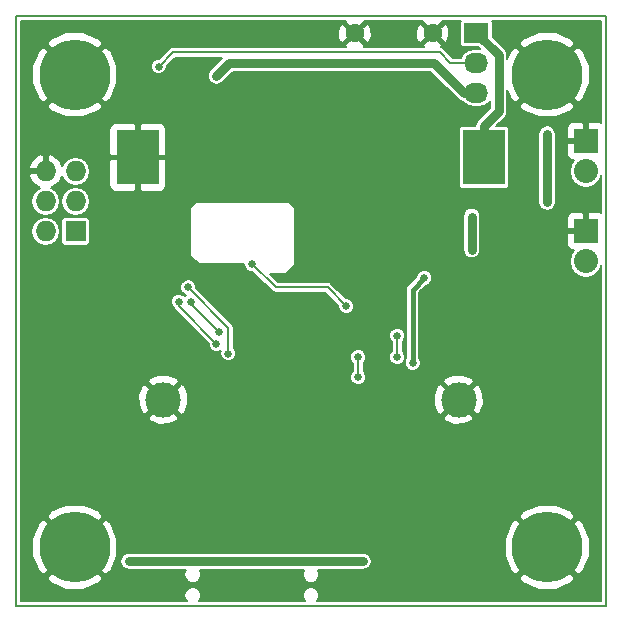
<source format=gbl>
%FSLAX46Y46*%
G04 Gerber Fmt 4.6, Leading zero omitted, Abs format (unit mm)*
G04 Created by KiCad (PCBNEW (2014-jul-16 BZR unknown)-product) date Thu 06 Nov 2014 11:15:42 PM PST*
%MOMM*%
G01*
G04 APERTURE LIST*
%ADD10C,0.100000*%
%ADD11C,0.150000*%
%ADD12R,3.600000X4.600000*%
%ADD13R,2.032000X1.727200*%
%ADD14O,2.032000X1.727200*%
%ADD15C,6.000000*%
%ADD16R,1.727200X1.727200*%
%ADD17O,1.727200X1.727200*%
%ADD18C,1.600000*%
%ADD19R,2.032000X2.032000*%
%ADD20O,2.032000X2.032000*%
%ADD21C,2.999740*%
%ADD22C,0.635000*%
%ADD23C,0.508000*%
%ADD24C,0.304800*%
%ADD25C,0.762000*%
%ADD26C,0.406400*%
%ADD27C,0.203200*%
G04 APERTURE END LIST*
D10*
D11*
X0Y0D02*
X0Y50000000D01*
X50000000Y0D02*
X0Y0D01*
X50000000Y50000000D02*
X0Y50000000D01*
X50000000Y0D02*
X50000000Y50000000D01*
D12*
X10350000Y38000000D03*
X39650000Y38000000D03*
D13*
X39000000Y48540000D03*
D14*
X39000000Y46000000D03*
X39000000Y43460000D03*
D15*
X45000000Y5000000D03*
X5000000Y5000000D03*
X5000000Y45000000D03*
X45000000Y45000000D03*
D16*
X5080000Y31750000D03*
D17*
X2540000Y31750000D03*
X5080000Y34290000D03*
X2540000Y34290000D03*
X5080000Y36830000D03*
X2540000Y36830000D03*
D18*
X28700000Y48500000D03*
X35300000Y48500000D03*
D19*
X48260000Y39370000D03*
D20*
X48260000Y36830000D03*
D19*
X48260000Y31750000D03*
D20*
X48260000Y29210000D03*
D21*
X37500000Y17500000D03*
X12500000Y17500000D03*
D22*
X28200000Y1200000D03*
X21800000Y1200000D03*
X11800000Y1200000D03*
X18200000Y1200000D03*
X30800000Y43800000D03*
X46000000Y36400000D03*
X46000000Y29000000D03*
X25400000Y22100000D03*
X38000000Y26600000D03*
X7600000Y27200000D03*
X28800000Y44200000D03*
X27800000Y44200000D03*
X25600000Y40900000D03*
X27000000Y40900000D03*
X10000000Y44800000D03*
X13300000Y49000000D03*
X35600000Y44000000D03*
X34400000Y44000000D03*
X13900000Y29800000D03*
X23000000Y34500000D03*
X26000000Y28100000D03*
X25000000Y28100000D03*
X27400000Y32500000D03*
X22400000Y44700000D03*
X22400000Y43600000D03*
X12700000Y12400000D03*
X12700000Y7600000D03*
X22700000Y12400000D03*
X22700000Y7600000D03*
X32700000Y12400000D03*
X32700000Y7600000D03*
X33600000Y20600000D03*
X34600000Y27800000D03*
X45000000Y40000000D03*
X45000000Y34200000D03*
X12100000Y45700000D03*
X29400000Y3800000D03*
X9600000Y3800000D03*
X38600000Y33000000D03*
X38600000Y30200000D03*
X17000000Y44900000D03*
X17000000Y22200000D03*
X13800000Y25800000D03*
X14600000Y27000000D03*
X18000000Y21400000D03*
X14800000Y25800000D03*
X17200000Y23200000D03*
X20000000Y29000000D03*
X28000000Y25400000D03*
X32300000Y22900000D03*
X32300000Y21100000D03*
X29000000Y19400000D03*
X29000000Y21100000D03*
D23*
X18200000Y1200000D02*
X19000000Y1200000D01*
X26000000Y28100000D02*
X27700000Y28100000D01*
X26900000Y22100000D02*
X25400000Y22100000D01*
X29800000Y25000000D02*
X26900000Y22100000D01*
X29800000Y26000000D02*
X29800000Y25000000D01*
X27700000Y28100000D02*
X29800000Y26000000D01*
X26200000Y29800000D02*
X26200000Y28300000D01*
X26200000Y28300000D02*
X26000000Y28100000D01*
X25400000Y20200000D02*
X25400000Y22100000D01*
D24*
X30800000Y43800000D02*
X31600000Y43800000D01*
D23*
X46000000Y36400000D02*
X46000000Y36800000D01*
X46000000Y29000000D02*
X46000000Y29400000D01*
X25400000Y22100000D02*
X25400000Y22500000D01*
X38000000Y26600000D02*
X37400000Y26600000D01*
X7600000Y27200000D02*
X8300000Y27200000D01*
X28800000Y44200000D02*
X27800000Y44200000D01*
X25600000Y40900000D02*
X27000000Y40900000D01*
X10000000Y44800000D02*
X10800000Y44800000D01*
X13300000Y49000000D02*
X13800000Y49000000D01*
X35600000Y44000000D02*
X34400000Y44000000D01*
X13900000Y29800000D02*
X13200000Y29800000D01*
X23000000Y34500000D02*
X23000000Y35000000D01*
X26000000Y28100000D02*
X25000000Y28100000D01*
X27400000Y32500000D02*
X27400000Y31900000D01*
X22400000Y44700000D02*
X22400000Y43600000D01*
X12700000Y12400000D02*
X12700000Y11900000D01*
X12700000Y7600000D02*
X12700000Y8100000D01*
X22700000Y12400000D02*
X22700000Y12100000D01*
X22700000Y7600000D02*
X22700000Y8100000D01*
X32700000Y12400000D02*
X32700000Y12100000D01*
X32700000Y7600000D02*
X32700000Y7900000D01*
D25*
X39650000Y40650000D02*
X40900000Y41900000D01*
X40900000Y41900000D02*
X40900000Y46640000D01*
X40900000Y46640000D02*
X39000000Y48540000D01*
X39650000Y38000000D02*
X39650000Y40650000D01*
D26*
X33600000Y20600000D02*
X33600000Y26800000D01*
X33600000Y26800000D02*
X34600000Y27800000D01*
D25*
X45000000Y34200000D02*
X45000000Y40000000D01*
D27*
X36800000Y46000000D02*
X35900000Y46900000D01*
X35900000Y46900000D02*
X13300000Y46900000D01*
X13300000Y46900000D02*
X12100000Y45700000D01*
X39000000Y46000000D02*
X36800000Y46000000D01*
D25*
X29400000Y3800000D02*
X9600000Y3800000D01*
X38600000Y30200000D02*
X38600000Y33000000D01*
X18100000Y46000000D02*
X17000000Y44900000D01*
X35400000Y46000000D02*
X18100000Y46000000D01*
X37940000Y43460000D02*
X35400000Y46000000D01*
X39000000Y43460000D02*
X37940000Y43460000D01*
D27*
X17000000Y22200000D02*
X13800000Y25400000D01*
X13800000Y25400000D02*
X13800000Y25800000D01*
X18000000Y23600000D02*
X14600000Y27000000D01*
X18000000Y21400000D02*
X18000000Y23600000D01*
X14800000Y25600000D02*
X14800000Y25800000D01*
X17200000Y23200000D02*
X14800000Y25600000D01*
X22000000Y27000000D02*
X20000000Y29000000D01*
X26400000Y27000000D02*
X22000000Y27000000D01*
X28000000Y25400000D02*
X26400000Y27000000D01*
X32300000Y21100000D02*
X32300000Y22900000D01*
X29000000Y21100000D02*
X29000000Y19400000D01*
G36*
X49569400Y430600D02*
X48611135Y430600D01*
X48611135Y4289773D01*
X48608046Y5725758D01*
X48064462Y7038085D01*
X47600048Y7384522D01*
X47384522Y7168996D01*
X47384522Y7600048D01*
X47038085Y8064462D01*
X45736600Y8600278D01*
X45736600Y34200000D01*
X45736600Y40000000D01*
X45680530Y40281885D01*
X45520855Y40520855D01*
X45281885Y40680530D01*
X45000000Y40736600D01*
X44718115Y40680530D01*
X44479145Y40520855D01*
X44319470Y40281885D01*
X44263400Y40000000D01*
X44263400Y34200000D01*
X44319470Y33918115D01*
X44479145Y33679145D01*
X44718115Y33519470D01*
X45000000Y33463400D01*
X45281885Y33519470D01*
X45520855Y33679145D01*
X45680530Y33918115D01*
X45736600Y34200000D01*
X45736600Y8600278D01*
X45710227Y8611135D01*
X44274242Y8608046D01*
X42961915Y8064462D01*
X42615478Y7600048D01*
X45000000Y5215526D01*
X47384522Y7600048D01*
X47384522Y7168996D01*
X45215526Y5000000D01*
X47600048Y2615478D01*
X48064462Y2961915D01*
X48611135Y4289773D01*
X48611135Y430600D01*
X47384522Y430600D01*
X47384522Y2399952D01*
X45000000Y4784474D01*
X44784474Y4568948D01*
X44784474Y5000000D01*
X42399952Y7384522D01*
X41935538Y7038085D01*
X41388865Y5710227D01*
X41391954Y4274242D01*
X41935538Y2961915D01*
X42399952Y2615478D01*
X44784474Y5000000D01*
X44784474Y4568948D01*
X42615478Y2399952D01*
X42961915Y1935538D01*
X44289773Y1388865D01*
X45725758Y1391954D01*
X47038085Y1935538D01*
X47384522Y2399952D01*
X47384522Y430600D01*
X39621691Y430600D01*
X39621691Y17147357D01*
X39595137Y17986137D01*
X39336600Y18610300D01*
X39336600Y30200000D01*
X39336600Y33000000D01*
X39280530Y33281885D01*
X39120855Y33520855D01*
X38881885Y33680530D01*
X38600000Y33736600D01*
X38318115Y33680530D01*
X38079145Y33520855D01*
X37919470Y33281885D01*
X37863400Y33000000D01*
X37863400Y30200000D01*
X37919470Y29918115D01*
X38079145Y29679145D01*
X38318115Y29519470D01*
X38600000Y29463400D01*
X38881885Y29519470D01*
X39120855Y29679145D01*
X39280530Y29918115D01*
X39336600Y30200000D01*
X39336600Y18610300D01*
X39325236Y18637735D01*
X39016728Y18801202D01*
X38801202Y18585676D01*
X38801202Y19016728D01*
X38637735Y19325236D01*
X37852643Y19621691D01*
X37013863Y19595137D01*
X36362265Y19325236D01*
X36198798Y19016728D01*
X37500000Y17715526D01*
X38801202Y19016728D01*
X38801202Y18585676D01*
X37715526Y17500000D01*
X39016728Y16198798D01*
X39325236Y16362265D01*
X39621691Y17147357D01*
X39621691Y430600D01*
X38801202Y430600D01*
X38801202Y15983272D01*
X37500000Y17284474D01*
X37284474Y17068948D01*
X37284474Y17500000D01*
X35983272Y18801202D01*
X35674764Y18637735D01*
X35378309Y17852643D01*
X35404863Y17013863D01*
X35674764Y16362265D01*
X35983272Y16198798D01*
X37284474Y17500000D01*
X37284474Y17068948D01*
X36198798Y15983272D01*
X36362265Y15674764D01*
X37147357Y15378309D01*
X37986137Y15404863D01*
X38637735Y15674764D01*
X38801202Y15983272D01*
X38801202Y430600D01*
X35273217Y430600D01*
X35273217Y27933301D01*
X35170959Y28180783D01*
X34981778Y28370294D01*
X34734475Y28472983D01*
X34466699Y28473217D01*
X34219217Y28370959D01*
X34029706Y28181778D01*
X33927017Y27934475D01*
X33927001Y27917265D01*
X33204869Y27195131D01*
X33083736Y27013844D01*
X33041200Y26800000D01*
X33041200Y20993252D01*
X33029706Y20981778D01*
X32973217Y20845738D01*
X32973217Y21233301D01*
X32870959Y21480783D01*
X32757200Y21594741D01*
X32757200Y22405325D01*
X32870294Y22518222D01*
X32972983Y22765525D01*
X32973217Y23033301D01*
X32870959Y23280783D01*
X32681778Y23470294D01*
X32434475Y23572983D01*
X32166699Y23573217D01*
X31919217Y23470959D01*
X31729706Y23281778D01*
X31627017Y23034475D01*
X31626783Y22766699D01*
X31729041Y22519217D01*
X31842800Y22405260D01*
X31842800Y21594676D01*
X31729706Y21481778D01*
X31627017Y21234475D01*
X31626783Y20966699D01*
X31729041Y20719217D01*
X31918222Y20529706D01*
X32165525Y20427017D01*
X32433301Y20426783D01*
X32680783Y20529041D01*
X32870294Y20718222D01*
X32972983Y20965525D01*
X32973217Y21233301D01*
X32973217Y20845738D01*
X32927017Y20734475D01*
X32926783Y20466699D01*
X33029041Y20219217D01*
X33218222Y20029706D01*
X33465525Y19927017D01*
X33733301Y19926783D01*
X33980783Y20029041D01*
X34170294Y20218222D01*
X34272983Y20465525D01*
X34273217Y20733301D01*
X34170959Y20980783D01*
X34158800Y20992964D01*
X34158800Y26568538D01*
X34717059Y27126798D01*
X34733301Y27126783D01*
X34980783Y27229041D01*
X35170294Y27418222D01*
X35272983Y27665525D01*
X35273217Y27933301D01*
X35273217Y430600D01*
X30136600Y430600D01*
X30136600Y3800000D01*
X30080530Y4081885D01*
X29920855Y4320855D01*
X29681885Y4480530D01*
X29673217Y4482255D01*
X29673217Y19533301D01*
X29570959Y19780783D01*
X29457200Y19894741D01*
X29457200Y20605325D01*
X29570294Y20718222D01*
X29672983Y20965525D01*
X29673217Y21233301D01*
X29570959Y21480783D01*
X29381778Y21670294D01*
X29134475Y21772983D01*
X28866699Y21773217D01*
X28673217Y21693272D01*
X28673217Y25533301D01*
X28570959Y25780783D01*
X28381778Y25970294D01*
X28134475Y26072983D01*
X27973454Y26073124D01*
X26723289Y27323289D01*
X26574963Y27422398D01*
X26400000Y27457200D01*
X22189378Y27457200D01*
X21500578Y28146000D01*
X22905210Y28146000D01*
X23379605Y28620395D01*
X23654000Y28894790D01*
X23654000Y33705210D01*
X23105210Y34254000D01*
X15294790Y34254000D01*
X14746000Y33705210D01*
X14746000Y29694790D01*
X15494790Y28946000D01*
X19305210Y28946000D01*
X19326871Y28967662D01*
X19326783Y28866699D01*
X19429041Y28619217D01*
X19618222Y28429706D01*
X19865525Y28327017D01*
X20026545Y28326877D01*
X21676711Y26676711D01*
X21825037Y26577602D01*
X22000000Y26542800D01*
X26210622Y26542800D01*
X27326922Y25426500D01*
X27326783Y25266699D01*
X27429041Y25019217D01*
X27618222Y24829706D01*
X27865525Y24727017D01*
X28133301Y24726783D01*
X28380783Y24829041D01*
X28570294Y25018222D01*
X28672983Y25265525D01*
X28673217Y25533301D01*
X28673217Y21693272D01*
X28619217Y21670959D01*
X28429706Y21481778D01*
X28327017Y21234475D01*
X28326783Y20966699D01*
X28429041Y20719217D01*
X28542800Y20605260D01*
X28542800Y19894676D01*
X28429706Y19781778D01*
X28327017Y19534475D01*
X28326783Y19266699D01*
X28429041Y19019217D01*
X28618222Y18829706D01*
X28865525Y18727017D01*
X29133301Y18726783D01*
X29380783Y18829041D01*
X29570294Y19018222D01*
X29672983Y19265525D01*
X29673217Y19533301D01*
X29673217Y4482255D01*
X29400000Y4536600D01*
X18673217Y4536600D01*
X18673217Y21533301D01*
X18570959Y21780783D01*
X18457200Y21894741D01*
X18457200Y23600000D01*
X18422398Y23774963D01*
X18323289Y23923289D01*
X15273077Y26973501D01*
X15273217Y27133301D01*
X15170959Y27380783D01*
X14981778Y27570294D01*
X14734475Y27672983D01*
X14466699Y27673217D01*
X14219217Y27570959D01*
X14029706Y27381778D01*
X13927017Y27134475D01*
X13926783Y26866699D01*
X14029041Y26619217D01*
X14218222Y26429706D01*
X14401733Y26353506D01*
X14299958Y26251908D01*
X14181778Y26370294D01*
X13934475Y26472983D01*
X13666699Y26473217D01*
X13419217Y26370959D01*
X13229706Y26181778D01*
X13127017Y25934475D01*
X13126783Y25666699D01*
X13229041Y25419217D01*
X13366334Y25281685D01*
X13377602Y25225037D01*
X13476711Y25076711D01*
X16326922Y22226499D01*
X16326783Y22066699D01*
X16429041Y21819217D01*
X16618222Y21629706D01*
X16865525Y21527017D01*
X17133301Y21526783D01*
X17363281Y21621810D01*
X17327017Y21534475D01*
X17326783Y21266699D01*
X17429041Y21019217D01*
X17618222Y20829706D01*
X17865525Y20727017D01*
X18133301Y20726783D01*
X18380783Y20829041D01*
X18570294Y21018222D01*
X18672983Y21265525D01*
X18673217Y21533301D01*
X18673217Y4536600D01*
X14621691Y4536600D01*
X14621691Y17147357D01*
X14595137Y17986137D01*
X14325236Y18637735D01*
X14016728Y18801202D01*
X13801202Y18585676D01*
X13801202Y19016728D01*
X13637735Y19325236D01*
X12852643Y19621691D01*
X12759600Y19618746D01*
X12759600Y35578743D01*
X12759600Y35821257D01*
X12759600Y37695200D01*
X12759600Y38304800D01*
X12759600Y40178743D01*
X12759600Y40421257D01*
X12666794Y40645311D01*
X12495311Y40816794D01*
X12271257Y40909600D01*
X10654800Y40909600D01*
X10502400Y40757200D01*
X10502400Y38152400D01*
X12607200Y38152400D01*
X12759600Y38304800D01*
X12759600Y37695200D01*
X12607200Y37847600D01*
X10502400Y37847600D01*
X10502400Y35242800D01*
X10654800Y35090400D01*
X12271257Y35090400D01*
X12495311Y35183206D01*
X12666794Y35354689D01*
X12759600Y35578743D01*
X12759600Y19618746D01*
X12013863Y19595137D01*
X11362265Y19325236D01*
X11198798Y19016728D01*
X12500000Y17715526D01*
X13801202Y19016728D01*
X13801202Y18585676D01*
X12715526Y17500000D01*
X14016728Y16198798D01*
X14325236Y16362265D01*
X14621691Y17147357D01*
X14621691Y4536600D01*
X13801202Y4536600D01*
X13801202Y15983272D01*
X12500000Y17284474D01*
X12284474Y17068948D01*
X12284474Y17500000D01*
X10983272Y18801202D01*
X10674764Y18637735D01*
X10378309Y17852643D01*
X10404863Y17013863D01*
X10674764Y16362265D01*
X10983272Y16198798D01*
X12284474Y17500000D01*
X12284474Y17068948D01*
X11198798Y15983272D01*
X11362265Y15674764D01*
X12147357Y15378309D01*
X12986137Y15404863D01*
X13637735Y15674764D01*
X13801202Y15983272D01*
X13801202Y4536600D01*
X10197600Y4536600D01*
X10197600Y35242800D01*
X10197600Y37847600D01*
X10197600Y38152400D01*
X10197600Y40757200D01*
X10045200Y40909600D01*
X8611135Y40909600D01*
X8611135Y44289773D01*
X8608046Y45725758D01*
X8064462Y47038085D01*
X7600048Y47384522D01*
X7384522Y47168996D01*
X7384522Y47600048D01*
X7038085Y48064462D01*
X5710227Y48611135D01*
X4274242Y48608046D01*
X2961915Y48064462D01*
X2615478Y47600048D01*
X5000000Y45215526D01*
X7384522Y47600048D01*
X7384522Y47168996D01*
X5215526Y45000000D01*
X7600048Y42615478D01*
X8064462Y42961915D01*
X8611135Y44289773D01*
X8611135Y40909600D01*
X8428743Y40909600D01*
X8204689Y40816794D01*
X8033206Y40645311D01*
X7940400Y40421257D01*
X7940400Y40178743D01*
X7940400Y38304800D01*
X8092800Y38152400D01*
X10197600Y38152400D01*
X10197600Y37847600D01*
X8092800Y37847600D01*
X7940400Y37695200D01*
X7940400Y35821257D01*
X7940400Y35578743D01*
X8033206Y35354689D01*
X8204689Y35183206D01*
X8428743Y35090400D01*
X10045200Y35090400D01*
X10197600Y35242800D01*
X10197600Y4536600D01*
X9600000Y4536600D01*
X9318115Y4480530D01*
X9079145Y4320855D01*
X8919470Y4081885D01*
X8863400Y3800000D01*
X8919470Y3518115D01*
X9079145Y3279145D01*
X9318115Y3119470D01*
X9600000Y3063400D01*
X14381470Y3063400D01*
X14289524Y2841967D01*
X14289277Y2559273D01*
X14397232Y2298004D01*
X14596952Y2097934D01*
X14858033Y1989524D01*
X15140727Y1989277D01*
X15401996Y2097232D01*
X15602066Y2296952D01*
X15710476Y2558033D01*
X15710723Y2840727D01*
X15618715Y3063400D01*
X24381470Y3063400D01*
X24289524Y2841967D01*
X24289277Y2559273D01*
X24397232Y2298004D01*
X24596952Y2097934D01*
X24858033Y1989524D01*
X25140727Y1989277D01*
X25401996Y2097232D01*
X25602066Y2296952D01*
X25710476Y2558033D01*
X25710723Y2840727D01*
X25618715Y3063400D01*
X29400000Y3063400D01*
X29681885Y3119470D01*
X29920855Y3279145D01*
X30080530Y3518115D01*
X30136600Y3800000D01*
X30136600Y430600D01*
X25535597Y430600D01*
X25602066Y496952D01*
X25710476Y758033D01*
X25710723Y1040727D01*
X25602768Y1301996D01*
X25403048Y1502066D01*
X25141967Y1610476D01*
X24859273Y1610723D01*
X24598004Y1502768D01*
X24397934Y1303048D01*
X24289524Y1041967D01*
X24289277Y759273D01*
X24397232Y498004D01*
X24464518Y430600D01*
X15535597Y430600D01*
X15602066Y496952D01*
X15710476Y758033D01*
X15710723Y1040727D01*
X15602768Y1301996D01*
X15403048Y1502066D01*
X15141967Y1610476D01*
X14859273Y1610723D01*
X14598004Y1502768D01*
X14397934Y1303048D01*
X14289524Y1041967D01*
X14289277Y759273D01*
X14397232Y498004D01*
X14464518Y430600D01*
X8611135Y430600D01*
X8611135Y4289773D01*
X8608046Y5725758D01*
X8064462Y7038085D01*
X7600048Y7384522D01*
X7384522Y7168996D01*
X7384522Y7600048D01*
X7384522Y42399952D01*
X5000000Y44784474D01*
X4784474Y44568948D01*
X4784474Y45000000D01*
X2399952Y47384522D01*
X1935538Y47038085D01*
X1388865Y45710227D01*
X1391954Y44274242D01*
X1935538Y42961915D01*
X2399952Y42615478D01*
X4784474Y45000000D01*
X4784474Y44568948D01*
X2615478Y42399952D01*
X2961915Y41935538D01*
X4289773Y41388865D01*
X5725758Y41391954D01*
X7038085Y41935538D01*
X7384522Y42399952D01*
X7384522Y7600048D01*
X7038085Y8064462D01*
X6299200Y8368658D01*
X6299200Y30815667D01*
X6299200Y30957133D01*
X6299200Y32684333D01*
X6299200Y34266114D01*
X6299200Y34313886D01*
X6299200Y36806114D01*
X6299200Y36853886D01*
X6206394Y37320454D01*
X5942105Y37715991D01*
X5546568Y37980280D01*
X5080000Y38073086D01*
X4613432Y37980280D01*
X4217895Y37715991D01*
X3953606Y37320454D01*
X3940755Y37255849D01*
X3709752Y37725563D01*
X3277993Y38105037D01*
X2919746Y38253415D01*
X2692400Y38141978D01*
X2692400Y36982400D01*
X2712400Y36982400D01*
X2712400Y36677600D01*
X2692400Y36677600D01*
X2692400Y36657600D01*
X2387600Y36657600D01*
X2387600Y36677600D01*
X2387600Y36982400D01*
X2387600Y38141978D01*
X2160254Y38253415D01*
X1802007Y38105037D01*
X1370248Y37725563D01*
X1116573Y37209748D01*
X1227092Y36982400D01*
X2387600Y36982400D01*
X2387600Y36677600D01*
X1227092Y36677600D01*
X1116573Y36450252D01*
X1370248Y35934437D01*
X1802007Y35554963D01*
X2077126Y35441015D01*
X2073432Y35440280D01*
X1677895Y35175991D01*
X1413606Y34780454D01*
X1320800Y34313886D01*
X1320800Y34266114D01*
X1413606Y33799546D01*
X1677895Y33404009D01*
X2073432Y33139720D01*
X2540000Y33046914D01*
X3006568Y33139720D01*
X3402105Y33404009D01*
X3666394Y33799546D01*
X3759200Y34266114D01*
X3759200Y34313886D01*
X3666394Y34780454D01*
X3402105Y35175991D01*
X3006568Y35440280D01*
X3002873Y35441015D01*
X3277993Y35554963D01*
X3709752Y35934437D01*
X3940755Y36404152D01*
X3953606Y36339546D01*
X4217895Y35944009D01*
X4613432Y35679720D01*
X5080000Y35586914D01*
X5546568Y35679720D01*
X5942105Y35944009D01*
X6206394Y36339546D01*
X6299200Y36806114D01*
X6299200Y34313886D01*
X6206394Y34780454D01*
X5942105Y35175991D01*
X5546568Y35440280D01*
X5080000Y35533086D01*
X4613432Y35440280D01*
X4217895Y35175991D01*
X3953606Y34780454D01*
X3860800Y34313886D01*
X3860800Y34266114D01*
X3953606Y33799546D01*
X4217895Y33404009D01*
X4613432Y33139720D01*
X5080000Y33046914D01*
X5546568Y33139720D01*
X5942105Y33404009D01*
X6206394Y33799546D01*
X6299200Y34266114D01*
X6299200Y32684333D01*
X6245063Y32815031D01*
X6145031Y32915063D01*
X6014333Y32969200D01*
X5872867Y32969200D01*
X4145667Y32969200D01*
X4014969Y32915063D01*
X3914937Y32815031D01*
X3860800Y32684333D01*
X3860800Y32542867D01*
X3860800Y30815667D01*
X3914937Y30684969D01*
X4014969Y30584937D01*
X4145667Y30530800D01*
X4287133Y30530800D01*
X6014333Y30530800D01*
X6145031Y30584937D01*
X6245063Y30684969D01*
X6299200Y30815667D01*
X6299200Y8368658D01*
X5710227Y8611135D01*
X4274242Y8608046D01*
X3759200Y8394709D01*
X3759200Y31726114D01*
X3759200Y31773886D01*
X3666394Y32240454D01*
X3402105Y32635991D01*
X3006568Y32900280D01*
X2540000Y32993086D01*
X2073432Y32900280D01*
X1677895Y32635991D01*
X1413606Y32240454D01*
X1320800Y31773886D01*
X1320800Y31726114D01*
X1413606Y31259546D01*
X1677895Y30864009D01*
X2073432Y30599720D01*
X2540000Y30506914D01*
X3006568Y30599720D01*
X3402105Y30864009D01*
X3666394Y31259546D01*
X3759200Y31726114D01*
X3759200Y8394709D01*
X2961915Y8064462D01*
X2615478Y7600048D01*
X5000000Y5215526D01*
X7384522Y7600048D01*
X7384522Y7168996D01*
X5215526Y5000000D01*
X7600048Y2615478D01*
X8064462Y2961915D01*
X8611135Y4289773D01*
X8611135Y430600D01*
X7384522Y430600D01*
X7384522Y2399952D01*
X5000000Y4784474D01*
X4784474Y4568948D01*
X4784474Y5000000D01*
X2399952Y7384522D01*
X1935538Y7038085D01*
X1388865Y5710227D01*
X1391954Y4274242D01*
X1935538Y2961915D01*
X2399952Y2615478D01*
X4784474Y5000000D01*
X4784474Y4568948D01*
X2615478Y2399952D01*
X2961915Y1935538D01*
X4289773Y1388865D01*
X5725758Y1391954D01*
X7038085Y1935538D01*
X7384522Y2399952D01*
X7384522Y430600D01*
X430600Y430600D01*
X430600Y49569400D01*
X27925265Y49569400D01*
X27905675Y49509851D01*
X28700000Y48715526D01*
X29494325Y49509851D01*
X29474734Y49569400D01*
X34525265Y49569400D01*
X34505675Y49509851D01*
X35300000Y48715526D01*
X36094325Y49509851D01*
X36074734Y49569400D01*
X37667778Y49569400D01*
X37628400Y49474333D01*
X37628400Y49332867D01*
X37628400Y47605667D01*
X37682537Y47474969D01*
X37782569Y47374937D01*
X37913267Y47320800D01*
X38054733Y47320800D01*
X39177490Y47320800D01*
X39303875Y47194415D01*
X39179271Y47219200D01*
X38820729Y47219200D01*
X38354161Y47126394D01*
X37958624Y46862105D01*
X37694335Y46466568D01*
X37692471Y46457200D01*
X36989378Y46457200D01*
X36725204Y46721374D01*
X36725204Y48314569D01*
X36687679Y48874086D01*
X36545755Y49216718D01*
X36309851Y49294325D01*
X35515526Y48500000D01*
X36309851Y47705675D01*
X36545755Y47783282D01*
X36725204Y48314569D01*
X36725204Y46721374D01*
X36223289Y47223289D01*
X36074963Y47322398D01*
X36041339Y47329087D01*
X36094325Y47490149D01*
X35300000Y48284474D01*
X35084474Y48068948D01*
X35084474Y48500000D01*
X34290149Y49294325D01*
X34054245Y49216718D01*
X33874796Y48685431D01*
X33912321Y48125914D01*
X34054245Y47783282D01*
X34290149Y47705675D01*
X35084474Y48500000D01*
X35084474Y48068948D01*
X34505675Y47490149D01*
X34549412Y47357200D01*
X30125204Y47357200D01*
X30125204Y48314569D01*
X30087679Y48874086D01*
X29945755Y49216718D01*
X29709851Y49294325D01*
X28915526Y48500000D01*
X29709851Y47705675D01*
X29945755Y47783282D01*
X30125204Y48314569D01*
X30125204Y47357200D01*
X29450587Y47357200D01*
X29494325Y47490149D01*
X28700000Y48284474D01*
X28484474Y48068948D01*
X28484474Y48500000D01*
X27690149Y49294325D01*
X27454245Y49216718D01*
X27274796Y48685431D01*
X27312321Y48125914D01*
X27454245Y47783282D01*
X27690149Y47705675D01*
X28484474Y48500000D01*
X28484474Y48068948D01*
X27905675Y47490149D01*
X27949412Y47357200D01*
X13300000Y47357200D01*
X13125037Y47322398D01*
X12976711Y47223289D01*
X12126499Y46373078D01*
X11966699Y46373217D01*
X11719217Y46270959D01*
X11529706Y46081778D01*
X11427017Y45834475D01*
X11426783Y45566699D01*
X11529041Y45319217D01*
X11718222Y45129706D01*
X11965525Y45027017D01*
X12233301Y45026783D01*
X12480783Y45129041D01*
X12670294Y45318222D01*
X12772983Y45565525D01*
X12773123Y45726546D01*
X13489378Y46442800D01*
X17501090Y46442800D01*
X16479145Y45420855D01*
X16319470Y45181885D01*
X16263400Y44900000D01*
X16319470Y44618115D01*
X16479145Y44379145D01*
X16718115Y44219470D01*
X17000000Y44163400D01*
X17281885Y44219470D01*
X17520855Y44379145D01*
X18405110Y45263400D01*
X35094890Y45263400D01*
X37419145Y42939145D01*
X37658115Y42779470D01*
X37864765Y42738366D01*
X37958624Y42597895D01*
X38354161Y42333606D01*
X38820729Y42240800D01*
X39179271Y42240800D01*
X39645839Y42333606D01*
X40041376Y42597895D01*
X40163400Y42780518D01*
X40163400Y42205110D01*
X39129145Y41170855D01*
X38969470Y40931885D01*
X38914513Y40655600D01*
X37779267Y40655600D01*
X37648569Y40601463D01*
X37548537Y40501431D01*
X37494400Y40370733D01*
X37494400Y40229267D01*
X37494400Y35629267D01*
X37548537Y35498569D01*
X37648569Y35398537D01*
X37779267Y35344400D01*
X37920733Y35344400D01*
X41520733Y35344400D01*
X41651431Y35398537D01*
X41751463Y35498569D01*
X41805600Y35629267D01*
X41805600Y35770733D01*
X41805600Y40370733D01*
X41751463Y40501431D01*
X41651431Y40601463D01*
X41520733Y40655600D01*
X41379267Y40655600D01*
X40697310Y40655600D01*
X41420855Y41379145D01*
X41580530Y41618115D01*
X41636600Y41900000D01*
X41636600Y43683615D01*
X41935538Y42961915D01*
X42399952Y42615478D01*
X44784474Y45000000D01*
X42399952Y47384522D01*
X41935538Y47038085D01*
X41636600Y46311971D01*
X41636600Y46640000D01*
X41580530Y46921884D01*
X41580530Y46921885D01*
X41420855Y47160855D01*
X40371600Y48210110D01*
X40371600Y49474333D01*
X40332221Y49569400D01*
X49569400Y49569400D01*
X49569400Y40924297D01*
X49397257Y40995600D01*
X49154743Y40995600D01*
X48611135Y40995600D01*
X48611135Y44289773D01*
X48608046Y45725758D01*
X48064462Y47038085D01*
X47600048Y47384522D01*
X47384522Y47168996D01*
X47384522Y47600048D01*
X47038085Y48064462D01*
X45710227Y48611135D01*
X44274242Y48608046D01*
X42961915Y48064462D01*
X42615478Y47600048D01*
X45000000Y45215526D01*
X47384522Y47600048D01*
X47384522Y47168996D01*
X45215526Y45000000D01*
X47600048Y42615478D01*
X48064462Y42961915D01*
X48611135Y44289773D01*
X48611135Y40995600D01*
X48564800Y40995600D01*
X48412400Y40843200D01*
X48412400Y39522400D01*
X48432400Y39522400D01*
X48432400Y39217600D01*
X48412400Y39217600D01*
X48412400Y39197600D01*
X48107600Y39197600D01*
X48107600Y39217600D01*
X48107600Y39522400D01*
X48107600Y40843200D01*
X47955200Y40995600D01*
X47384522Y40995600D01*
X47384522Y42399952D01*
X45000000Y44784474D01*
X42615478Y42399952D01*
X42961915Y41935538D01*
X44289773Y41388865D01*
X45725758Y41391954D01*
X47038085Y41935538D01*
X47384522Y42399952D01*
X47384522Y40995600D01*
X47365257Y40995600D01*
X47122743Y40995600D01*
X46898689Y40902794D01*
X46727206Y40731311D01*
X46634400Y40507257D01*
X46634400Y39674800D01*
X46786800Y39522400D01*
X48107600Y39522400D01*
X48107600Y39217600D01*
X46786800Y39217600D01*
X46634400Y39065200D01*
X46634400Y38232743D01*
X46727206Y38008689D01*
X46898689Y37837206D01*
X47122743Y37744400D01*
X47235114Y37744400D01*
X46992807Y37381760D01*
X46888400Y36856871D01*
X46888400Y36803129D01*
X46992807Y36278240D01*
X47290132Y35833261D01*
X47735111Y35535936D01*
X48260000Y35431529D01*
X48784889Y35535936D01*
X49229868Y35833261D01*
X49527193Y36278240D01*
X49569400Y36490429D01*
X49569400Y33304297D01*
X49397257Y33375600D01*
X49154743Y33375600D01*
X48564800Y33375600D01*
X48412400Y33223200D01*
X48412400Y31902400D01*
X48432400Y31902400D01*
X48432400Y31597600D01*
X48412400Y31597600D01*
X48412400Y31577600D01*
X48107600Y31577600D01*
X48107600Y31597600D01*
X48107600Y31902400D01*
X48107600Y33223200D01*
X47955200Y33375600D01*
X47365257Y33375600D01*
X47122743Y33375600D01*
X46898689Y33282794D01*
X46727206Y33111311D01*
X46634400Y32887257D01*
X46634400Y32054800D01*
X46786800Y31902400D01*
X48107600Y31902400D01*
X48107600Y31597600D01*
X46786800Y31597600D01*
X46634400Y31445200D01*
X46634400Y30612743D01*
X46727206Y30388689D01*
X46898689Y30217206D01*
X47122743Y30124400D01*
X47235114Y30124400D01*
X46992807Y29761760D01*
X46888400Y29236871D01*
X46888400Y29183129D01*
X46992807Y28658240D01*
X47290132Y28213261D01*
X47735111Y27915936D01*
X48260000Y27811529D01*
X48784889Y27915936D01*
X49229868Y28213261D01*
X49527193Y28658240D01*
X49569400Y28870429D01*
X49569400Y430600D01*
X49569400Y430600D01*
G37*
X49569400Y430600D02*
X48611135Y430600D01*
X48611135Y4289773D01*
X48608046Y5725758D01*
X48064462Y7038085D01*
X47600048Y7384522D01*
X47384522Y7168996D01*
X47384522Y7600048D01*
X47038085Y8064462D01*
X45736600Y8600278D01*
X45736600Y34200000D01*
X45736600Y40000000D01*
X45680530Y40281885D01*
X45520855Y40520855D01*
X45281885Y40680530D01*
X45000000Y40736600D01*
X44718115Y40680530D01*
X44479145Y40520855D01*
X44319470Y40281885D01*
X44263400Y40000000D01*
X44263400Y34200000D01*
X44319470Y33918115D01*
X44479145Y33679145D01*
X44718115Y33519470D01*
X45000000Y33463400D01*
X45281885Y33519470D01*
X45520855Y33679145D01*
X45680530Y33918115D01*
X45736600Y34200000D01*
X45736600Y8600278D01*
X45710227Y8611135D01*
X44274242Y8608046D01*
X42961915Y8064462D01*
X42615478Y7600048D01*
X45000000Y5215526D01*
X47384522Y7600048D01*
X47384522Y7168996D01*
X45215526Y5000000D01*
X47600048Y2615478D01*
X48064462Y2961915D01*
X48611135Y4289773D01*
X48611135Y430600D01*
X47384522Y430600D01*
X47384522Y2399952D01*
X45000000Y4784474D01*
X44784474Y4568948D01*
X44784474Y5000000D01*
X42399952Y7384522D01*
X41935538Y7038085D01*
X41388865Y5710227D01*
X41391954Y4274242D01*
X41935538Y2961915D01*
X42399952Y2615478D01*
X44784474Y5000000D01*
X44784474Y4568948D01*
X42615478Y2399952D01*
X42961915Y1935538D01*
X44289773Y1388865D01*
X45725758Y1391954D01*
X47038085Y1935538D01*
X47384522Y2399952D01*
X47384522Y430600D01*
X39621691Y430600D01*
X39621691Y17147357D01*
X39595137Y17986137D01*
X39336600Y18610300D01*
X39336600Y30200000D01*
X39336600Y33000000D01*
X39280530Y33281885D01*
X39120855Y33520855D01*
X38881885Y33680530D01*
X38600000Y33736600D01*
X38318115Y33680530D01*
X38079145Y33520855D01*
X37919470Y33281885D01*
X37863400Y33000000D01*
X37863400Y30200000D01*
X37919470Y29918115D01*
X38079145Y29679145D01*
X38318115Y29519470D01*
X38600000Y29463400D01*
X38881885Y29519470D01*
X39120855Y29679145D01*
X39280530Y29918115D01*
X39336600Y30200000D01*
X39336600Y18610300D01*
X39325236Y18637735D01*
X39016728Y18801202D01*
X38801202Y18585676D01*
X38801202Y19016728D01*
X38637735Y19325236D01*
X37852643Y19621691D01*
X37013863Y19595137D01*
X36362265Y19325236D01*
X36198798Y19016728D01*
X37500000Y17715526D01*
X38801202Y19016728D01*
X38801202Y18585676D01*
X37715526Y17500000D01*
X39016728Y16198798D01*
X39325236Y16362265D01*
X39621691Y17147357D01*
X39621691Y430600D01*
X38801202Y430600D01*
X38801202Y15983272D01*
X37500000Y17284474D01*
X37284474Y17068948D01*
X37284474Y17500000D01*
X35983272Y18801202D01*
X35674764Y18637735D01*
X35378309Y17852643D01*
X35404863Y17013863D01*
X35674764Y16362265D01*
X35983272Y16198798D01*
X37284474Y17500000D01*
X37284474Y17068948D01*
X36198798Y15983272D01*
X36362265Y15674764D01*
X37147357Y15378309D01*
X37986137Y15404863D01*
X38637735Y15674764D01*
X38801202Y15983272D01*
X38801202Y430600D01*
X35273217Y430600D01*
X35273217Y27933301D01*
X35170959Y28180783D01*
X34981778Y28370294D01*
X34734475Y28472983D01*
X34466699Y28473217D01*
X34219217Y28370959D01*
X34029706Y28181778D01*
X33927017Y27934475D01*
X33927001Y27917265D01*
X33204869Y27195131D01*
X33083736Y27013844D01*
X33041200Y26800000D01*
X33041200Y20993252D01*
X33029706Y20981778D01*
X32973217Y20845738D01*
X32973217Y21233301D01*
X32870959Y21480783D01*
X32757200Y21594741D01*
X32757200Y22405325D01*
X32870294Y22518222D01*
X32972983Y22765525D01*
X32973217Y23033301D01*
X32870959Y23280783D01*
X32681778Y23470294D01*
X32434475Y23572983D01*
X32166699Y23573217D01*
X31919217Y23470959D01*
X31729706Y23281778D01*
X31627017Y23034475D01*
X31626783Y22766699D01*
X31729041Y22519217D01*
X31842800Y22405260D01*
X31842800Y21594676D01*
X31729706Y21481778D01*
X31627017Y21234475D01*
X31626783Y20966699D01*
X31729041Y20719217D01*
X31918222Y20529706D01*
X32165525Y20427017D01*
X32433301Y20426783D01*
X32680783Y20529041D01*
X32870294Y20718222D01*
X32972983Y20965525D01*
X32973217Y21233301D01*
X32973217Y20845738D01*
X32927017Y20734475D01*
X32926783Y20466699D01*
X33029041Y20219217D01*
X33218222Y20029706D01*
X33465525Y19927017D01*
X33733301Y19926783D01*
X33980783Y20029041D01*
X34170294Y20218222D01*
X34272983Y20465525D01*
X34273217Y20733301D01*
X34170959Y20980783D01*
X34158800Y20992964D01*
X34158800Y26568538D01*
X34717059Y27126798D01*
X34733301Y27126783D01*
X34980783Y27229041D01*
X35170294Y27418222D01*
X35272983Y27665525D01*
X35273217Y27933301D01*
X35273217Y430600D01*
X30136600Y430600D01*
X30136600Y3800000D01*
X30080530Y4081885D01*
X29920855Y4320855D01*
X29681885Y4480530D01*
X29673217Y4482255D01*
X29673217Y19533301D01*
X29570959Y19780783D01*
X29457200Y19894741D01*
X29457200Y20605325D01*
X29570294Y20718222D01*
X29672983Y20965525D01*
X29673217Y21233301D01*
X29570959Y21480783D01*
X29381778Y21670294D01*
X29134475Y21772983D01*
X28866699Y21773217D01*
X28673217Y21693272D01*
X28673217Y25533301D01*
X28570959Y25780783D01*
X28381778Y25970294D01*
X28134475Y26072983D01*
X27973454Y26073124D01*
X26723289Y27323289D01*
X26574963Y27422398D01*
X26400000Y27457200D01*
X22189378Y27457200D01*
X21500578Y28146000D01*
X22905210Y28146000D01*
X23379605Y28620395D01*
X23654000Y28894790D01*
X23654000Y33705210D01*
X23105210Y34254000D01*
X15294790Y34254000D01*
X14746000Y33705210D01*
X14746000Y29694790D01*
X15494790Y28946000D01*
X19305210Y28946000D01*
X19326871Y28967662D01*
X19326783Y28866699D01*
X19429041Y28619217D01*
X19618222Y28429706D01*
X19865525Y28327017D01*
X20026545Y28326877D01*
X21676711Y26676711D01*
X21825037Y26577602D01*
X22000000Y26542800D01*
X26210622Y26542800D01*
X27326922Y25426500D01*
X27326783Y25266699D01*
X27429041Y25019217D01*
X27618222Y24829706D01*
X27865525Y24727017D01*
X28133301Y24726783D01*
X28380783Y24829041D01*
X28570294Y25018222D01*
X28672983Y25265525D01*
X28673217Y25533301D01*
X28673217Y21693272D01*
X28619217Y21670959D01*
X28429706Y21481778D01*
X28327017Y21234475D01*
X28326783Y20966699D01*
X28429041Y20719217D01*
X28542800Y20605260D01*
X28542800Y19894676D01*
X28429706Y19781778D01*
X28327017Y19534475D01*
X28326783Y19266699D01*
X28429041Y19019217D01*
X28618222Y18829706D01*
X28865525Y18727017D01*
X29133301Y18726783D01*
X29380783Y18829041D01*
X29570294Y19018222D01*
X29672983Y19265525D01*
X29673217Y19533301D01*
X29673217Y4482255D01*
X29400000Y4536600D01*
X18673217Y4536600D01*
X18673217Y21533301D01*
X18570959Y21780783D01*
X18457200Y21894741D01*
X18457200Y23600000D01*
X18422398Y23774963D01*
X18323289Y23923289D01*
X15273077Y26973501D01*
X15273217Y27133301D01*
X15170959Y27380783D01*
X14981778Y27570294D01*
X14734475Y27672983D01*
X14466699Y27673217D01*
X14219217Y27570959D01*
X14029706Y27381778D01*
X13927017Y27134475D01*
X13926783Y26866699D01*
X14029041Y26619217D01*
X14218222Y26429706D01*
X14401733Y26353506D01*
X14299958Y26251908D01*
X14181778Y26370294D01*
X13934475Y26472983D01*
X13666699Y26473217D01*
X13419217Y26370959D01*
X13229706Y26181778D01*
X13127017Y25934475D01*
X13126783Y25666699D01*
X13229041Y25419217D01*
X13366334Y25281685D01*
X13377602Y25225037D01*
X13476711Y25076711D01*
X16326922Y22226499D01*
X16326783Y22066699D01*
X16429041Y21819217D01*
X16618222Y21629706D01*
X16865525Y21527017D01*
X17133301Y21526783D01*
X17363281Y21621810D01*
X17327017Y21534475D01*
X17326783Y21266699D01*
X17429041Y21019217D01*
X17618222Y20829706D01*
X17865525Y20727017D01*
X18133301Y20726783D01*
X18380783Y20829041D01*
X18570294Y21018222D01*
X18672983Y21265525D01*
X18673217Y21533301D01*
X18673217Y4536600D01*
X14621691Y4536600D01*
X14621691Y17147357D01*
X14595137Y17986137D01*
X14325236Y18637735D01*
X14016728Y18801202D01*
X13801202Y18585676D01*
X13801202Y19016728D01*
X13637735Y19325236D01*
X12852643Y19621691D01*
X12759600Y19618746D01*
X12759600Y35578743D01*
X12759600Y35821257D01*
X12759600Y37695200D01*
X12759600Y38304800D01*
X12759600Y40178743D01*
X12759600Y40421257D01*
X12666794Y40645311D01*
X12495311Y40816794D01*
X12271257Y40909600D01*
X10654800Y40909600D01*
X10502400Y40757200D01*
X10502400Y38152400D01*
X12607200Y38152400D01*
X12759600Y38304800D01*
X12759600Y37695200D01*
X12607200Y37847600D01*
X10502400Y37847600D01*
X10502400Y35242800D01*
X10654800Y35090400D01*
X12271257Y35090400D01*
X12495311Y35183206D01*
X12666794Y35354689D01*
X12759600Y35578743D01*
X12759600Y19618746D01*
X12013863Y19595137D01*
X11362265Y19325236D01*
X11198798Y19016728D01*
X12500000Y17715526D01*
X13801202Y19016728D01*
X13801202Y18585676D01*
X12715526Y17500000D01*
X14016728Y16198798D01*
X14325236Y16362265D01*
X14621691Y17147357D01*
X14621691Y4536600D01*
X13801202Y4536600D01*
X13801202Y15983272D01*
X12500000Y17284474D01*
X12284474Y17068948D01*
X12284474Y17500000D01*
X10983272Y18801202D01*
X10674764Y18637735D01*
X10378309Y17852643D01*
X10404863Y17013863D01*
X10674764Y16362265D01*
X10983272Y16198798D01*
X12284474Y17500000D01*
X12284474Y17068948D01*
X11198798Y15983272D01*
X11362265Y15674764D01*
X12147357Y15378309D01*
X12986137Y15404863D01*
X13637735Y15674764D01*
X13801202Y15983272D01*
X13801202Y4536600D01*
X10197600Y4536600D01*
X10197600Y35242800D01*
X10197600Y37847600D01*
X10197600Y38152400D01*
X10197600Y40757200D01*
X10045200Y40909600D01*
X8611135Y40909600D01*
X8611135Y44289773D01*
X8608046Y45725758D01*
X8064462Y47038085D01*
X7600048Y47384522D01*
X7384522Y47168996D01*
X7384522Y47600048D01*
X7038085Y48064462D01*
X5710227Y48611135D01*
X4274242Y48608046D01*
X2961915Y48064462D01*
X2615478Y47600048D01*
X5000000Y45215526D01*
X7384522Y47600048D01*
X7384522Y47168996D01*
X5215526Y45000000D01*
X7600048Y42615478D01*
X8064462Y42961915D01*
X8611135Y44289773D01*
X8611135Y40909600D01*
X8428743Y40909600D01*
X8204689Y40816794D01*
X8033206Y40645311D01*
X7940400Y40421257D01*
X7940400Y40178743D01*
X7940400Y38304800D01*
X8092800Y38152400D01*
X10197600Y38152400D01*
X10197600Y37847600D01*
X8092800Y37847600D01*
X7940400Y37695200D01*
X7940400Y35821257D01*
X7940400Y35578743D01*
X8033206Y35354689D01*
X8204689Y35183206D01*
X8428743Y35090400D01*
X10045200Y35090400D01*
X10197600Y35242800D01*
X10197600Y4536600D01*
X9600000Y4536600D01*
X9318115Y4480530D01*
X9079145Y4320855D01*
X8919470Y4081885D01*
X8863400Y3800000D01*
X8919470Y3518115D01*
X9079145Y3279145D01*
X9318115Y3119470D01*
X9600000Y3063400D01*
X14381470Y3063400D01*
X14289524Y2841967D01*
X14289277Y2559273D01*
X14397232Y2298004D01*
X14596952Y2097934D01*
X14858033Y1989524D01*
X15140727Y1989277D01*
X15401996Y2097232D01*
X15602066Y2296952D01*
X15710476Y2558033D01*
X15710723Y2840727D01*
X15618715Y3063400D01*
X24381470Y3063400D01*
X24289524Y2841967D01*
X24289277Y2559273D01*
X24397232Y2298004D01*
X24596952Y2097934D01*
X24858033Y1989524D01*
X25140727Y1989277D01*
X25401996Y2097232D01*
X25602066Y2296952D01*
X25710476Y2558033D01*
X25710723Y2840727D01*
X25618715Y3063400D01*
X29400000Y3063400D01*
X29681885Y3119470D01*
X29920855Y3279145D01*
X30080530Y3518115D01*
X30136600Y3800000D01*
X30136600Y430600D01*
X25535597Y430600D01*
X25602066Y496952D01*
X25710476Y758033D01*
X25710723Y1040727D01*
X25602768Y1301996D01*
X25403048Y1502066D01*
X25141967Y1610476D01*
X24859273Y1610723D01*
X24598004Y1502768D01*
X24397934Y1303048D01*
X24289524Y1041967D01*
X24289277Y759273D01*
X24397232Y498004D01*
X24464518Y430600D01*
X15535597Y430600D01*
X15602066Y496952D01*
X15710476Y758033D01*
X15710723Y1040727D01*
X15602768Y1301996D01*
X15403048Y1502066D01*
X15141967Y1610476D01*
X14859273Y1610723D01*
X14598004Y1502768D01*
X14397934Y1303048D01*
X14289524Y1041967D01*
X14289277Y759273D01*
X14397232Y498004D01*
X14464518Y430600D01*
X8611135Y430600D01*
X8611135Y4289773D01*
X8608046Y5725758D01*
X8064462Y7038085D01*
X7600048Y7384522D01*
X7384522Y7168996D01*
X7384522Y7600048D01*
X7384522Y42399952D01*
X5000000Y44784474D01*
X4784474Y44568948D01*
X4784474Y45000000D01*
X2399952Y47384522D01*
X1935538Y47038085D01*
X1388865Y45710227D01*
X1391954Y44274242D01*
X1935538Y42961915D01*
X2399952Y42615478D01*
X4784474Y45000000D01*
X4784474Y44568948D01*
X2615478Y42399952D01*
X2961915Y41935538D01*
X4289773Y41388865D01*
X5725758Y41391954D01*
X7038085Y41935538D01*
X7384522Y42399952D01*
X7384522Y7600048D01*
X7038085Y8064462D01*
X6299200Y8368658D01*
X6299200Y30815667D01*
X6299200Y30957133D01*
X6299200Y32684333D01*
X6299200Y34266114D01*
X6299200Y34313886D01*
X6299200Y36806114D01*
X6299200Y36853886D01*
X6206394Y37320454D01*
X5942105Y37715991D01*
X5546568Y37980280D01*
X5080000Y38073086D01*
X4613432Y37980280D01*
X4217895Y37715991D01*
X3953606Y37320454D01*
X3940755Y37255849D01*
X3709752Y37725563D01*
X3277993Y38105037D01*
X2919746Y38253415D01*
X2692400Y38141978D01*
X2692400Y36982400D01*
X2712400Y36982400D01*
X2712400Y36677600D01*
X2692400Y36677600D01*
X2692400Y36657600D01*
X2387600Y36657600D01*
X2387600Y36677600D01*
X2387600Y36982400D01*
X2387600Y38141978D01*
X2160254Y38253415D01*
X1802007Y38105037D01*
X1370248Y37725563D01*
X1116573Y37209748D01*
X1227092Y36982400D01*
X2387600Y36982400D01*
X2387600Y36677600D01*
X1227092Y36677600D01*
X1116573Y36450252D01*
X1370248Y35934437D01*
X1802007Y35554963D01*
X2077126Y35441015D01*
X2073432Y35440280D01*
X1677895Y35175991D01*
X1413606Y34780454D01*
X1320800Y34313886D01*
X1320800Y34266114D01*
X1413606Y33799546D01*
X1677895Y33404009D01*
X2073432Y33139720D01*
X2540000Y33046914D01*
X3006568Y33139720D01*
X3402105Y33404009D01*
X3666394Y33799546D01*
X3759200Y34266114D01*
X3759200Y34313886D01*
X3666394Y34780454D01*
X3402105Y35175991D01*
X3006568Y35440280D01*
X3002873Y35441015D01*
X3277993Y35554963D01*
X3709752Y35934437D01*
X3940755Y36404152D01*
X3953606Y36339546D01*
X4217895Y35944009D01*
X4613432Y35679720D01*
X5080000Y35586914D01*
X5546568Y35679720D01*
X5942105Y35944009D01*
X6206394Y36339546D01*
X6299200Y36806114D01*
X6299200Y34313886D01*
X6206394Y34780454D01*
X5942105Y35175991D01*
X5546568Y35440280D01*
X5080000Y35533086D01*
X4613432Y35440280D01*
X4217895Y35175991D01*
X3953606Y34780454D01*
X3860800Y34313886D01*
X3860800Y34266114D01*
X3953606Y33799546D01*
X4217895Y33404009D01*
X4613432Y33139720D01*
X5080000Y33046914D01*
X5546568Y33139720D01*
X5942105Y33404009D01*
X6206394Y33799546D01*
X6299200Y34266114D01*
X6299200Y32684333D01*
X6245063Y32815031D01*
X6145031Y32915063D01*
X6014333Y32969200D01*
X5872867Y32969200D01*
X4145667Y32969200D01*
X4014969Y32915063D01*
X3914937Y32815031D01*
X3860800Y32684333D01*
X3860800Y32542867D01*
X3860800Y30815667D01*
X3914937Y30684969D01*
X4014969Y30584937D01*
X4145667Y30530800D01*
X4287133Y30530800D01*
X6014333Y30530800D01*
X6145031Y30584937D01*
X6245063Y30684969D01*
X6299200Y30815667D01*
X6299200Y8368658D01*
X5710227Y8611135D01*
X4274242Y8608046D01*
X3759200Y8394709D01*
X3759200Y31726114D01*
X3759200Y31773886D01*
X3666394Y32240454D01*
X3402105Y32635991D01*
X3006568Y32900280D01*
X2540000Y32993086D01*
X2073432Y32900280D01*
X1677895Y32635991D01*
X1413606Y32240454D01*
X1320800Y31773886D01*
X1320800Y31726114D01*
X1413606Y31259546D01*
X1677895Y30864009D01*
X2073432Y30599720D01*
X2540000Y30506914D01*
X3006568Y30599720D01*
X3402105Y30864009D01*
X3666394Y31259546D01*
X3759200Y31726114D01*
X3759200Y8394709D01*
X2961915Y8064462D01*
X2615478Y7600048D01*
X5000000Y5215526D01*
X7384522Y7600048D01*
X7384522Y7168996D01*
X5215526Y5000000D01*
X7600048Y2615478D01*
X8064462Y2961915D01*
X8611135Y4289773D01*
X8611135Y430600D01*
X7384522Y430600D01*
X7384522Y2399952D01*
X5000000Y4784474D01*
X4784474Y4568948D01*
X4784474Y5000000D01*
X2399952Y7384522D01*
X1935538Y7038085D01*
X1388865Y5710227D01*
X1391954Y4274242D01*
X1935538Y2961915D01*
X2399952Y2615478D01*
X4784474Y5000000D01*
X4784474Y4568948D01*
X2615478Y2399952D01*
X2961915Y1935538D01*
X4289773Y1388865D01*
X5725758Y1391954D01*
X7038085Y1935538D01*
X7384522Y2399952D01*
X7384522Y430600D01*
X430600Y430600D01*
X430600Y49569400D01*
X27925265Y49569400D01*
X27905675Y49509851D01*
X28700000Y48715526D01*
X29494325Y49509851D01*
X29474734Y49569400D01*
X34525265Y49569400D01*
X34505675Y49509851D01*
X35300000Y48715526D01*
X36094325Y49509851D01*
X36074734Y49569400D01*
X37667778Y49569400D01*
X37628400Y49474333D01*
X37628400Y49332867D01*
X37628400Y47605667D01*
X37682537Y47474969D01*
X37782569Y47374937D01*
X37913267Y47320800D01*
X38054733Y47320800D01*
X39177490Y47320800D01*
X39303875Y47194415D01*
X39179271Y47219200D01*
X38820729Y47219200D01*
X38354161Y47126394D01*
X37958624Y46862105D01*
X37694335Y46466568D01*
X37692471Y46457200D01*
X36989378Y46457200D01*
X36725204Y46721374D01*
X36725204Y48314569D01*
X36687679Y48874086D01*
X36545755Y49216718D01*
X36309851Y49294325D01*
X35515526Y48500000D01*
X36309851Y47705675D01*
X36545755Y47783282D01*
X36725204Y48314569D01*
X36725204Y46721374D01*
X36223289Y47223289D01*
X36074963Y47322398D01*
X36041339Y47329087D01*
X36094325Y47490149D01*
X35300000Y48284474D01*
X35084474Y48068948D01*
X35084474Y48500000D01*
X34290149Y49294325D01*
X34054245Y49216718D01*
X33874796Y48685431D01*
X33912321Y48125914D01*
X34054245Y47783282D01*
X34290149Y47705675D01*
X35084474Y48500000D01*
X35084474Y48068948D01*
X34505675Y47490149D01*
X34549412Y47357200D01*
X30125204Y47357200D01*
X30125204Y48314569D01*
X30087679Y48874086D01*
X29945755Y49216718D01*
X29709851Y49294325D01*
X28915526Y48500000D01*
X29709851Y47705675D01*
X29945755Y47783282D01*
X30125204Y48314569D01*
X30125204Y47357200D01*
X29450587Y47357200D01*
X29494325Y47490149D01*
X28700000Y48284474D01*
X28484474Y48068948D01*
X28484474Y48500000D01*
X27690149Y49294325D01*
X27454245Y49216718D01*
X27274796Y48685431D01*
X27312321Y48125914D01*
X27454245Y47783282D01*
X27690149Y47705675D01*
X28484474Y48500000D01*
X28484474Y48068948D01*
X27905675Y47490149D01*
X27949412Y47357200D01*
X13300000Y47357200D01*
X13125037Y47322398D01*
X12976711Y47223289D01*
X12126499Y46373078D01*
X11966699Y46373217D01*
X11719217Y46270959D01*
X11529706Y46081778D01*
X11427017Y45834475D01*
X11426783Y45566699D01*
X11529041Y45319217D01*
X11718222Y45129706D01*
X11965525Y45027017D01*
X12233301Y45026783D01*
X12480783Y45129041D01*
X12670294Y45318222D01*
X12772983Y45565525D01*
X12773123Y45726546D01*
X13489378Y46442800D01*
X17501090Y46442800D01*
X16479145Y45420855D01*
X16319470Y45181885D01*
X16263400Y44900000D01*
X16319470Y44618115D01*
X16479145Y44379145D01*
X16718115Y44219470D01*
X17000000Y44163400D01*
X17281885Y44219470D01*
X17520855Y44379145D01*
X18405110Y45263400D01*
X35094890Y45263400D01*
X37419145Y42939145D01*
X37658115Y42779470D01*
X37864765Y42738366D01*
X37958624Y42597895D01*
X38354161Y42333606D01*
X38820729Y42240800D01*
X39179271Y42240800D01*
X39645839Y42333606D01*
X40041376Y42597895D01*
X40163400Y42780518D01*
X40163400Y42205110D01*
X39129145Y41170855D01*
X38969470Y40931885D01*
X38914513Y40655600D01*
X37779267Y40655600D01*
X37648569Y40601463D01*
X37548537Y40501431D01*
X37494400Y40370733D01*
X37494400Y40229267D01*
X37494400Y35629267D01*
X37548537Y35498569D01*
X37648569Y35398537D01*
X37779267Y35344400D01*
X37920733Y35344400D01*
X41520733Y35344400D01*
X41651431Y35398537D01*
X41751463Y35498569D01*
X41805600Y35629267D01*
X41805600Y35770733D01*
X41805600Y40370733D01*
X41751463Y40501431D01*
X41651431Y40601463D01*
X41520733Y40655600D01*
X41379267Y40655600D01*
X40697310Y40655600D01*
X41420855Y41379145D01*
X41580530Y41618115D01*
X41636600Y41900000D01*
X41636600Y43683615D01*
X41935538Y42961915D01*
X42399952Y42615478D01*
X44784474Y45000000D01*
X42399952Y47384522D01*
X41935538Y47038085D01*
X41636600Y46311971D01*
X41636600Y46640000D01*
X41580530Y46921884D01*
X41580530Y46921885D01*
X41420855Y47160855D01*
X40371600Y48210110D01*
X40371600Y49474333D01*
X40332221Y49569400D01*
X49569400Y49569400D01*
X49569400Y40924297D01*
X49397257Y40995600D01*
X49154743Y40995600D01*
X48611135Y40995600D01*
X48611135Y44289773D01*
X48608046Y45725758D01*
X48064462Y47038085D01*
X47600048Y47384522D01*
X47384522Y47168996D01*
X47384522Y47600048D01*
X47038085Y48064462D01*
X45710227Y48611135D01*
X44274242Y48608046D01*
X42961915Y48064462D01*
X42615478Y47600048D01*
X45000000Y45215526D01*
X47384522Y47600048D01*
X47384522Y47168996D01*
X45215526Y45000000D01*
X47600048Y42615478D01*
X48064462Y42961915D01*
X48611135Y44289773D01*
X48611135Y40995600D01*
X48564800Y40995600D01*
X48412400Y40843200D01*
X48412400Y39522400D01*
X48432400Y39522400D01*
X48432400Y39217600D01*
X48412400Y39217600D01*
X48412400Y39197600D01*
X48107600Y39197600D01*
X48107600Y39217600D01*
X48107600Y39522400D01*
X48107600Y40843200D01*
X47955200Y40995600D01*
X47384522Y40995600D01*
X47384522Y42399952D01*
X45000000Y44784474D01*
X42615478Y42399952D01*
X42961915Y41935538D01*
X44289773Y41388865D01*
X45725758Y41391954D01*
X47038085Y41935538D01*
X47384522Y42399952D01*
X47384522Y40995600D01*
X47365257Y40995600D01*
X47122743Y40995600D01*
X46898689Y40902794D01*
X46727206Y40731311D01*
X46634400Y40507257D01*
X46634400Y39674800D01*
X46786800Y39522400D01*
X48107600Y39522400D01*
X48107600Y39217600D01*
X46786800Y39217600D01*
X46634400Y39065200D01*
X46634400Y38232743D01*
X46727206Y38008689D01*
X46898689Y37837206D01*
X47122743Y37744400D01*
X47235114Y37744400D01*
X46992807Y37381760D01*
X46888400Y36856871D01*
X46888400Y36803129D01*
X46992807Y36278240D01*
X47290132Y35833261D01*
X47735111Y35535936D01*
X48260000Y35431529D01*
X48784889Y35535936D01*
X49229868Y35833261D01*
X49527193Y36278240D01*
X49569400Y36490429D01*
X49569400Y33304297D01*
X49397257Y33375600D01*
X49154743Y33375600D01*
X48564800Y33375600D01*
X48412400Y33223200D01*
X48412400Y31902400D01*
X48432400Y31902400D01*
X48432400Y31597600D01*
X48412400Y31597600D01*
X48412400Y31577600D01*
X48107600Y31577600D01*
X48107600Y31597600D01*
X48107600Y31902400D01*
X48107600Y33223200D01*
X47955200Y33375600D01*
X47365257Y33375600D01*
X47122743Y33375600D01*
X46898689Y33282794D01*
X46727206Y33111311D01*
X46634400Y32887257D01*
X46634400Y32054800D01*
X46786800Y31902400D01*
X48107600Y31902400D01*
X48107600Y31597600D01*
X46786800Y31597600D01*
X46634400Y31445200D01*
X46634400Y30612743D01*
X46727206Y30388689D01*
X46898689Y30217206D01*
X47122743Y30124400D01*
X47235114Y30124400D01*
X46992807Y29761760D01*
X46888400Y29236871D01*
X46888400Y29183129D01*
X46992807Y28658240D01*
X47290132Y28213261D01*
X47735111Y27915936D01*
X48260000Y27811529D01*
X48784889Y27915936D01*
X49229868Y28213261D01*
X49527193Y28658240D01*
X49569400Y28870429D01*
X49569400Y430600D01*
M02*

</source>
